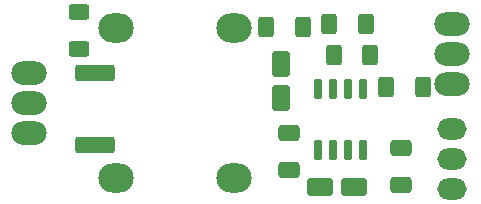
<source format=gbr>
%TF.GenerationSoftware,KiCad,Pcbnew,8.0.3*%
%TF.CreationDate,2024-08-14T19:55:25+03:00*%
%TF.ProjectId,limit_switch,6c696d69-745f-4737-9769-7463682e6b69,rev?*%
%TF.SameCoordinates,PX6ce2448PY49658d0*%
%TF.FileFunction,Soldermask,Top*%
%TF.FilePolarity,Negative*%
%FSLAX46Y46*%
G04 Gerber Fmt 4.6, Leading zero omitted, Abs format (unit mm)*
G04 Created by KiCad (PCBNEW 8.0.3) date 2024-08-14 19:55:25*
%MOMM*%
%LPD*%
G01*
G04 APERTURE LIST*
G04 Aperture macros list*
%AMRoundRect*
0 Rectangle with rounded corners*
0 $1 Rounding radius*
0 $2 $3 $4 $5 $6 $7 $8 $9 X,Y pos of 4 corners*
0 Add a 4 corners polygon primitive as box body*
4,1,4,$2,$3,$4,$5,$6,$7,$8,$9,$2,$3,0*
0 Add four circle primitives for the rounded corners*
1,1,$1+$1,$2,$3*
1,1,$1+$1,$4,$5*
1,1,$1+$1,$6,$7*
1,1,$1+$1,$8,$9*
0 Add four rect primitives between the rounded corners*
20,1,$1+$1,$2,$3,$4,$5,0*
20,1,$1+$1,$4,$5,$6,$7,0*
20,1,$1+$1,$6,$7,$8,$9,0*
20,1,$1+$1,$8,$9,$2,$3,0*%
G04 Aperture macros list end*
%ADD10RoundRect,0.150000X0.150000X-0.725000X0.150000X0.725000X-0.150000X0.725000X-0.150000X-0.725000X0*%
%ADD11RoundRect,0.250000X0.850000X0.500000X-0.850000X0.500000X-0.850000X-0.500000X0.850000X-0.500000X0*%
%ADD12RoundRect,0.250000X-0.650000X0.412500X-0.650000X-0.412500X0.650000X-0.412500X0.650000X0.412500X0*%
%ADD13RoundRect,0.250000X0.400000X0.625000X-0.400000X0.625000X-0.400000X-0.625000X0.400000X-0.625000X0*%
%ADD14RoundRect,0.250000X0.650000X-0.412500X0.650000X0.412500X-0.650000X0.412500X-0.650000X-0.412500X0*%
%ADD15RoundRect,0.250000X-0.625000X0.400000X-0.625000X-0.400000X0.625000X-0.400000X0.625000X0.400000X0*%
%ADD16O,3.000000X2.000000*%
%ADD17O,3.000000X2.500000*%
%ADD18RoundRect,0.249999X1.425001X-0.450001X1.425001X0.450001X-1.425001X0.450001X-1.425001X-0.450001X0*%
%ADD19RoundRect,0.250000X-0.500000X0.850000X-0.500000X-0.850000X0.500000X-0.850000X0.500000X0.850000X0*%
%ADD20O,2.500000X1.800000*%
G04 APERTURE END LIST*
D10*
%TO.C,U1*%
X26887000Y-14888000D03*
X28157000Y-14888000D03*
X29427000Y-14888000D03*
X30697000Y-14888000D03*
X30697000Y-9738000D03*
X29427000Y-9738000D03*
X28157000Y-9738000D03*
X26887000Y-9738000D03*
%TD*%
D11*
%TO.C,D3*%
X29951000Y-18034000D03*
X27051000Y-18034000D03*
%TD*%
D12*
%TO.C,C2*%
X24427000Y-13438000D03*
X24427000Y-16563000D03*
%TD*%
D13*
%TO.C,R7*%
X31294000Y-6858000D03*
X28194000Y-6858000D03*
%TD*%
%TO.C,R6*%
X35727000Y-9538000D03*
X32627000Y-9538000D03*
%TD*%
D14*
%TO.C,C1*%
X33927000Y-14738000D03*
X33927000Y-17863000D03*
%TD*%
D13*
%TO.C,R3*%
X25579000Y-4445000D03*
X22479000Y-4445000D03*
%TD*%
%TO.C,R4*%
X30927000Y-4238000D03*
X27827000Y-4238000D03*
%TD*%
D15*
%TO.C,R2*%
X6604000Y-3250000D03*
X6604000Y-6350000D03*
%TD*%
D16*
%TO.C,J2*%
X2413000Y-8382000D03*
X2413000Y-10922000D03*
X2413000Y-13462000D03*
%TD*%
D17*
%TO.C,T1*%
X19779000Y-17272000D03*
X19779000Y-4572000D03*
X9779000Y-4572000D03*
X9779000Y-17272000D03*
%TD*%
D18*
%TO.C,R1*%
X8001000Y-14482000D03*
X8001000Y-8382000D03*
%TD*%
D19*
%TO.C,D2*%
X23749000Y-7620000D03*
X23749000Y-10520000D03*
%TD*%
D16*
%TO.C,J1*%
X38227000Y-4258000D03*
X38227000Y-6798000D03*
X38227000Y-9338000D03*
%TD*%
D20*
%TO.C,R5*%
X38227000Y-18161000D03*
X38227000Y-15621000D03*
X38227000Y-13081000D03*
%TD*%
M02*

</source>
